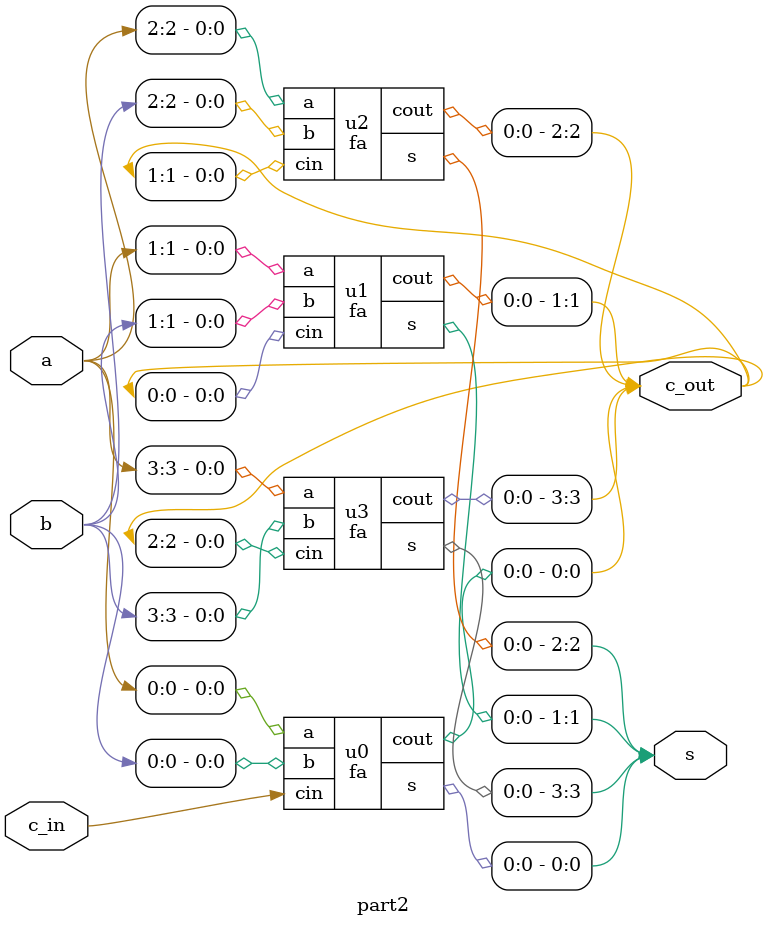
<source format=v>

module top(SW, LEDR);
	input [9:0] SW;
	output [9:0] LEDR;

	wire [3:0] c_out;

   part2 u0 (.a(SW[7:4]), .b(SW[3:0]), .c_in(SW[8]), .s(LEDR[3:0]), .c_out(c_out[3:0]));
   assign LEDR[9] = c_out[3];
	
endmodule
	 

module fa(a, b, cin, s, cout);
	input a, b, cin;
	output s, cout;
	
	assign s = a^b^cin;
	assign cout = (a&b)|(a&cin)|(b&cin);
	
endmodule

module part2(a, b, c_in, s, c_out);
	input[3:0] a, b;
	input c_in;
	output[3:0] s;
   output [3:0] c_out;
	
	
	
	fa u0(a[0], b[0], c_in, s[0], c_out[0]);
	fa u1(a[1], b[1], c_out[0], s[1], c_out[1]);
	fa u2(a[2], b[2], c_out[1], s[2], c_out[2]);
	fa u3(a[3], b[3], c_out[2], s[3], c_out[3]);

endmodule

</source>
